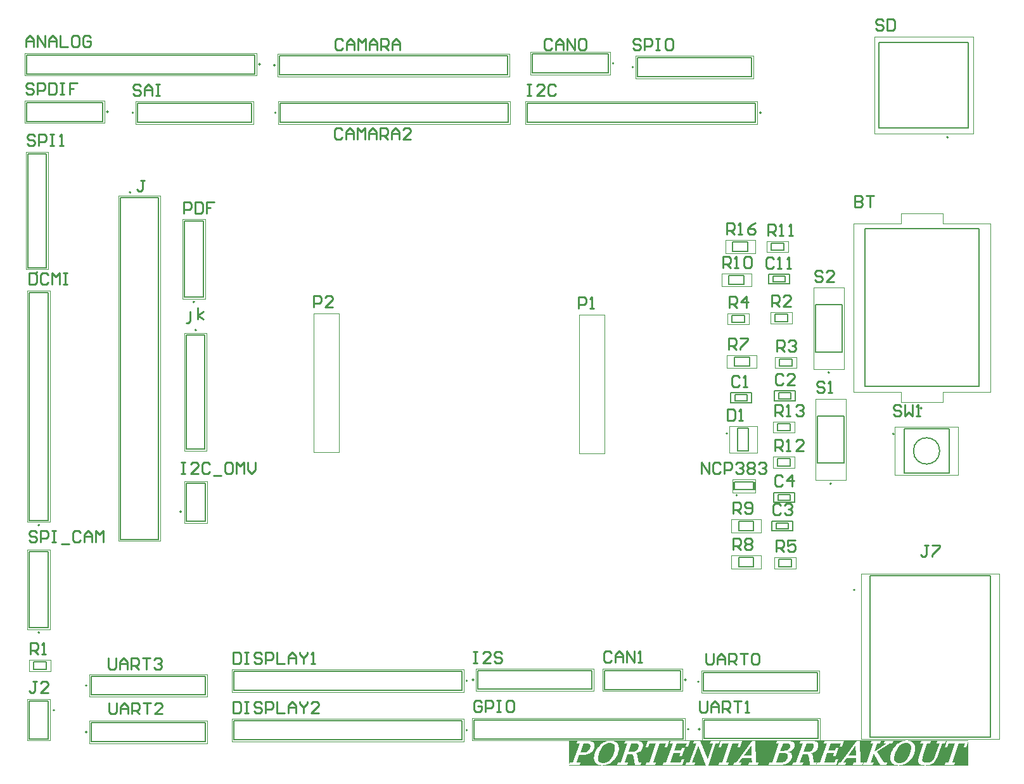
<source format=gto>
G04*
G04 #@! TF.GenerationSoftware,Altium Limited,Altium Designer,22.1.2 (22)*
G04*
G04 Layer_Color=65535*
%FSLAX25Y25*%
%MOIN*%
G70*
G04*
G04 #@! TF.SameCoordinates,2E2365BE-A05A-434A-80F0-4BE633B458EC*
G04*
G04*
G04 #@! TF.FilePolarity,Positive*
G04*
G01*
G75*
%ADD10C,0.00787*%
%ADD11C,0.00500*%
%ADD12C,0.00394*%
%ADD13C,0.01000*%
%ADD14C,0.00197*%
G36*
X706603Y16828D02*
X706918Y16791D01*
X707196Y16717D01*
X707455Y16643D01*
X707677Y16532D01*
X707881Y16421D01*
X708047Y16310D01*
X708214Y16180D01*
X708343Y16050D01*
X708436Y15939D01*
X708529Y15828D01*
X708603Y15717D01*
X708658Y15643D01*
X708695Y15569D01*
X708714Y15532D01*
Y15514D01*
X708806Y15255D01*
X708843Y14958D01*
X708880Y14644D01*
Y14329D01*
X708862Y13996D01*
X708825Y13663D01*
X708732Y13015D01*
X708677Y12719D01*
X708603Y12422D01*
X708547Y12182D01*
X708473Y11960D01*
X708417Y11775D01*
X708380Y11627D01*
X708362Y11552D01*
X708343Y11515D01*
X708177Y11034D01*
X707992Y10590D01*
X707788Y10164D01*
X707603Y9776D01*
X707399Y9424D01*
X707196Y9091D01*
X707011Y8794D01*
X706826Y8535D01*
X706659Y8295D01*
X706492Y8091D01*
X706363Y7925D01*
X706233Y7795D01*
X706141Y7684D01*
X706048Y7591D01*
X706011Y7554D01*
X705993Y7536D01*
X705715Y7314D01*
X705437Y7110D01*
X705160Y6925D01*
X704864Y6777D01*
X704586Y6647D01*
X704308Y6536D01*
X704031Y6462D01*
X703790Y6388D01*
X703549Y6333D01*
X703327Y6296D01*
X703142Y6259D01*
X702957Y6240D01*
X702827Y6222D01*
X702642D01*
X702291Y6240D01*
X701976Y6277D01*
X701698Y6351D01*
X701439Y6425D01*
X701217Y6518D01*
X701013Y6629D01*
X700847Y6758D01*
X700699Y6888D01*
X700569Y6999D01*
X700458Y7129D01*
X700366Y7240D01*
X700291Y7332D01*
X700236Y7406D01*
X700199Y7480D01*
X700180Y7517D01*
Y7536D01*
X700088Y7795D01*
X700051Y8091D01*
X700014Y8406D01*
Y8721D01*
X700032Y9054D01*
X700069Y9387D01*
X700162Y10035D01*
X700236Y10331D01*
X700291Y10609D01*
X700366Y10868D01*
X700421Y11090D01*
X700477Y11256D01*
X700514Y11405D01*
X700532Y11479D01*
X700551Y11515D01*
X700736Y11997D01*
X700921Y12460D01*
X701106Y12867D01*
X701291Y13274D01*
X701495Y13626D01*
X701680Y13959D01*
X701883Y14255D01*
X702050Y14514D01*
X702235Y14755D01*
X702383Y14958D01*
X702531Y15125D01*
X702642Y15273D01*
X702753Y15366D01*
X702827Y15458D01*
X702864Y15495D01*
X702883Y15514D01*
X703161Y15754D01*
X703438Y15958D01*
X703734Y16125D01*
X704012Y16291D01*
X704308Y16421D01*
X704586Y16513D01*
X704845Y16606D01*
X705104Y16680D01*
X705345Y16735D01*
X705567Y16772D01*
X705770Y16809D01*
X705937Y16828D01*
X706067Y16846D01*
X706252D01*
X706603Y16828D01*
D02*
G37*
G36*
X550768D02*
X551082Y16791D01*
X551360Y16717D01*
X551619Y16643D01*
X551841Y16532D01*
X552045Y16421D01*
X552212Y16310D01*
X552378Y16180D01*
X552508Y16050D01*
X552600Y15939D01*
X552693Y15828D01*
X552767Y15717D01*
X552822Y15643D01*
X552859Y15569D01*
X552878Y15532D01*
Y15514D01*
X552970Y15255D01*
X553008Y14958D01*
X553045Y14644D01*
Y14329D01*
X553026Y13996D01*
X552989Y13663D01*
X552896Y13015D01*
X552841Y12719D01*
X552767Y12422D01*
X552711Y12182D01*
X552637Y11960D01*
X552582Y11775D01*
X552545Y11627D01*
X552526Y11552D01*
X552508Y11515D01*
X552341Y11034D01*
X552156Y10590D01*
X551952Y10164D01*
X551767Y9776D01*
X551564Y9424D01*
X551360Y9091D01*
X551175Y8794D01*
X550990Y8535D01*
X550823Y8295D01*
X550657Y8091D01*
X550527Y7925D01*
X550398Y7795D01*
X550305Y7684D01*
X550212Y7591D01*
X550175Y7554D01*
X550157Y7536D01*
X549879Y7314D01*
X549602Y7110D01*
X549324Y6925D01*
X549028Y6777D01*
X548750Y6647D01*
X548472Y6536D01*
X548195Y6462D01*
X547954Y6388D01*
X547714Y6333D01*
X547492Y6296D01*
X547306Y6259D01*
X547121Y6240D01*
X546992Y6222D01*
X546807D01*
X546455Y6240D01*
X546140Y6277D01*
X545863Y6351D01*
X545604Y6425D01*
X545381Y6518D01*
X545178Y6629D01*
X545011Y6758D01*
X544863Y6888D01*
X544733Y6999D01*
X544622Y7129D01*
X544530Y7240D01*
X544456Y7332D01*
X544400Y7406D01*
X544363Y7480D01*
X544345Y7517D01*
Y7536D01*
X544252Y7795D01*
X544215Y8091D01*
X544178Y8406D01*
Y8721D01*
X544197Y9054D01*
X544234Y9387D01*
X544326Y10035D01*
X544400Y10331D01*
X544456Y10609D01*
X544530Y10868D01*
X544585Y11090D01*
X544641Y11256D01*
X544678Y11405D01*
X544697Y11479D01*
X544715Y11515D01*
X544900Y11997D01*
X545085Y12460D01*
X545270Y12867D01*
X545455Y13274D01*
X545659Y13626D01*
X545844Y13959D01*
X546048Y14255D01*
X546214Y14514D01*
X546399Y14755D01*
X546548Y14958D01*
X546696Y15125D01*
X546807Y15273D01*
X546918Y15366D01*
X546992Y15458D01*
X547029Y15495D01*
X547047Y15514D01*
X547325Y15754D01*
X547603Y15958D01*
X547899Y16125D01*
X548176Y16291D01*
X548472Y16421D01*
X548750Y16513D01*
X549009Y16606D01*
X549268Y16680D01*
X549509Y16735D01*
X549731Y16772D01*
X549935Y16809D01*
X550101Y16828D01*
X550231Y16846D01*
X550416D01*
X550768Y16828D01*
D02*
G37*
G36*
X738996Y17846D02*
X727723D01*
X727131Y16089D01*
X726631Y14607D01*
X728001D01*
X728649Y16532D01*
X731907D01*
X728482Y6444D01*
X726909D01*
X726502Y5241D01*
X731666D01*
X732073Y6444D01*
X730500D01*
X733924Y16532D01*
X737182D01*
X736534Y14607D01*
X737904D01*
X738996Y17846D01*
Y5241D01*
Y5000D01*
X716284D01*
X716765Y5018D01*
X717228Y5055D01*
X717654Y5111D01*
X718061Y5185D01*
X718431Y5278D01*
X718783Y5389D01*
X719098Y5481D01*
X719394Y5611D01*
X719634Y5722D01*
X719857Y5814D01*
X720042Y5926D01*
X720208Y6018D01*
X720319Y6092D01*
X720412Y6148D01*
X720467Y6185D01*
X720486Y6203D01*
X720764Y6444D01*
X721041Y6721D01*
X721300Y7018D01*
X721541Y7351D01*
X721967Y8017D01*
X722337Y8683D01*
X722485Y9017D01*
X722615Y9313D01*
X722726Y9572D01*
X722837Y9813D01*
X722911Y9998D01*
X722966Y10146D01*
X722985Y10238D01*
X723003Y10275D01*
X725169Y16624D01*
X726724D01*
X727131Y17846D01*
X722633D01*
X722226Y16624D01*
X723799D01*
X721689Y10442D01*
X721541Y10035D01*
X721393Y9646D01*
X721226Y9294D01*
X721078Y8980D01*
X720930Y8683D01*
X720782Y8424D01*
X720634Y8202D01*
X720505Y7999D01*
X720375Y7832D01*
X720264Y7665D01*
X720153Y7554D01*
X720060Y7443D01*
X719986Y7369D01*
X719931Y7314D01*
X719912Y7295D01*
X719894Y7277D01*
X719690Y7129D01*
X719486Y6999D01*
X719024Y6777D01*
X718542Y6629D01*
X718098Y6518D01*
X717876Y6481D01*
X717691Y6462D01*
X717506Y6425D01*
X717358D01*
X717228Y6407D01*
X717062D01*
X716747Y6425D01*
X716451Y6444D01*
X716192Y6481D01*
X715970Y6536D01*
X715766Y6610D01*
X715581Y6684D01*
X715433Y6758D01*
X715303Y6851D01*
X715174Y6925D01*
X715081Y6999D01*
X714952Y7147D01*
X714877Y7240D01*
X714859Y7277D01*
X714785Y7462D01*
X714748Y7665D01*
X714729Y7888D01*
Y8147D01*
X714785Y8665D01*
X714877Y9183D01*
X714933Y9442D01*
X714989Y9664D01*
X715044Y9887D01*
X715099Y10072D01*
X715137Y10220D01*
X715174Y10349D01*
X715211Y10423D01*
Y10442D01*
X717321Y16624D01*
X718894D01*
X719301Y17846D01*
X714137D01*
X713730Y16624D01*
X715303D01*
X713137Y10275D01*
X712971Y9757D01*
X712860Y9276D01*
X712767Y8850D01*
X712693Y8443D01*
X712656Y8073D01*
X712638Y7739D01*
Y7443D01*
X712656Y7166D01*
X712693Y6944D01*
X712712Y6740D01*
X712767Y6573D01*
X712804Y6444D01*
X712841Y6333D01*
X712860Y6259D01*
X712897Y6222D01*
Y6203D01*
X713063Y5999D01*
X713248Y5814D01*
X713489Y5648D01*
X713748Y5500D01*
X714007Y5389D01*
X714304Y5296D01*
X714877Y5148D01*
X715155Y5093D01*
X715414Y5055D01*
X715655Y5037D01*
X715858Y5018D01*
X716044Y5000D01*
X702217D01*
X702698Y5018D01*
X703161Y5055D01*
X703586Y5130D01*
X703957Y5204D01*
X704271Y5278D01*
X704401Y5315D01*
X704512Y5352D01*
X704604Y5370D01*
X704660Y5389D01*
X704697Y5407D01*
X704715D01*
X705160Y5592D01*
X705604Y5777D01*
X705993Y5999D01*
X706344Y6203D01*
X706640Y6388D01*
X706751Y6462D01*
X706863Y6536D01*
X706937Y6592D01*
X706992Y6629D01*
X707029Y6666D01*
X707048D01*
X707510Y7018D01*
X707918Y7388D01*
X708288Y7758D01*
X708603Y8091D01*
X708862Y8387D01*
X708954Y8498D01*
X709047Y8609D01*
X709102Y8702D01*
X709158Y8758D01*
X709176Y8794D01*
X709195Y8813D01*
X709510Y9276D01*
X709787Y9757D01*
X710028Y10201D01*
X710231Y10627D01*
X710306Y10812D01*
X710380Y10979D01*
X710435Y11127D01*
X710491Y11275D01*
X710528Y11367D01*
X710565Y11441D01*
X710583Y11497D01*
Y11515D01*
X710750Y12052D01*
X710861Y12552D01*
X710953Y13033D01*
X710990Y13496D01*
X711009Y13903D01*
X710990Y14292D01*
X710953Y14662D01*
X710916Y14977D01*
X710861Y15273D01*
X710787Y15532D01*
X710713Y15736D01*
X710639Y15921D01*
X710583Y16069D01*
X710528Y16180D01*
X710509Y16236D01*
X710491Y16254D01*
X710268Y16569D01*
X710009Y16846D01*
X709732Y17087D01*
X709436Y17309D01*
X709121Y17476D01*
X708806Y17624D01*
X708492Y17753D01*
X708177Y17846D01*
X707862Y17920D01*
X707584Y17976D01*
X707325Y18012D01*
X707103Y18049D01*
X706918D01*
X706789Y18068D01*
X738996D01*
Y17846D01*
D02*
G37*
G36*
X706178Y18049D02*
X705715Y17994D01*
X705289Y17939D01*
X704919Y17864D01*
X704752Y17809D01*
X704604Y17772D01*
X704456Y17735D01*
X704345Y17716D01*
X704271Y17679D01*
X704197Y17661D01*
X704160Y17642D01*
X704142D01*
X703697Y17476D01*
X703272Y17272D01*
X702883Y17050D01*
X702531Y16846D01*
X702235Y16661D01*
X702124Y16587D01*
X702013Y16513D01*
X701939Y16458D01*
X701883Y16421D01*
X701846Y16402D01*
X701828Y16384D01*
X701384Y16014D01*
X700958Y15643D01*
X700606Y15292D01*
X700291Y14958D01*
X700032Y14662D01*
X699940Y14551D01*
X699847Y14440D01*
X699792Y14348D01*
X699736Y14292D01*
X699718Y14255D01*
X699699Y14236D01*
X699385Y13774D01*
X699107Y13311D01*
X698885Y12848D01*
X698681Y12422D01*
X698589Y12237D01*
X698515Y12052D01*
X698459Y11904D01*
X698404Y11775D01*
X698366Y11664D01*
X698329Y11590D01*
X698311Y11534D01*
Y11515D01*
X698144Y10960D01*
X698015Y10442D01*
X697941Y9979D01*
X697885Y9590D01*
X697867Y9405D01*
Y9257D01*
X697848Y9128D01*
Y8998D01*
Y8924D01*
Y8850D01*
Y8813D01*
Y8794D01*
X697885Y8350D01*
X697978Y7962D01*
X698089Y7591D01*
X698200Y7277D01*
X698311Y7018D01*
X698422Y6832D01*
X698459Y6758D01*
X698496Y6703D01*
X698515Y6684D01*
Y6666D01*
X698737Y6370D01*
X698977Y6111D01*
X699236Y5907D01*
X699459Y5722D01*
X699681Y5592D01*
X699847Y5481D01*
X699958Y5426D01*
X699977Y5407D01*
X699995D01*
X700366Y5278D01*
X700736Y5167D01*
X701106Y5093D01*
X701458Y5055D01*
X701772Y5018D01*
X701883D01*
X701995Y5000D01*
X602096D01*
X606057Y16624D01*
X607704D01*
X608112Y17846D01*
X603447D01*
X603040Y16624D01*
X604687D01*
X601800Y8147D01*
X598005Y17846D01*
X594599D01*
X594192Y16624D01*
X595840D01*
X592378Y6444D01*
X590731D01*
X590324Y5241D01*
X594988D01*
X595395Y6444D01*
X593748D01*
X596765Y15329D01*
X600837Y5000D01*
X546381D01*
X546862Y5018D01*
X547325Y5055D01*
X547751Y5130D01*
X548121Y5204D01*
X548435Y5278D01*
X548565Y5315D01*
X548676Y5352D01*
X548769Y5370D01*
X548824Y5389D01*
X548861Y5407D01*
X548880D01*
X549324Y5592D01*
X549768Y5777D01*
X550157Y5999D01*
X550509Y6203D01*
X550805Y6388D01*
X550916Y6462D01*
X551027Y6536D01*
X551101Y6592D01*
X551157Y6629D01*
X551194Y6666D01*
X551212D01*
X551675Y7018D01*
X552082Y7388D01*
X552452Y7758D01*
X552767Y8091D01*
X553026Y8387D01*
X553119Y8498D01*
X553211Y8609D01*
X553267Y8702D01*
X553322Y8758D01*
X553341Y8794D01*
X553359Y8813D01*
X553674Y9276D01*
X553952Y9757D01*
X554192Y10201D01*
X554396Y10627D01*
X554470Y10812D01*
X554544Y10979D01*
X554599Y11127D01*
X554655Y11275D01*
X554692Y11367D01*
X554729Y11441D01*
X554747Y11497D01*
Y11515D01*
X554914Y12052D01*
X555025Y12552D01*
X555118Y13033D01*
X555155Y13496D01*
X555173Y13903D01*
X555155Y14292D01*
X555118Y14662D01*
X555081Y14977D01*
X555025Y15273D01*
X554951Y15532D01*
X554877Y15736D01*
X554803Y15921D01*
X554747Y16069D01*
X554692Y16180D01*
X554673Y16236D01*
X554655Y16254D01*
X554433Y16569D01*
X554174Y16846D01*
X553896Y17087D01*
X553600Y17309D01*
X553285Y17476D01*
X552970Y17624D01*
X552656Y17753D01*
X552341Y17846D01*
X552026Y17920D01*
X551749Y17976D01*
X551490Y18012D01*
X551267Y18049D01*
X551082D01*
X550953Y18068D01*
X706659D01*
X706178Y18049D01*
D02*
G37*
G36*
X550342D02*
X549879Y17994D01*
X549453Y17939D01*
X549083Y17864D01*
X548917Y17809D01*
X548769Y17772D01*
X548621Y17735D01*
X548510Y17716D01*
X548435Y17679D01*
X548361Y17661D01*
X548324Y17642D01*
X548306D01*
X547862Y17476D01*
X547436Y17272D01*
X547047Y17050D01*
X546696Y16846D01*
X546399Y16661D01*
X546288Y16587D01*
X546177Y16513D01*
X546103Y16458D01*
X546048Y16421D01*
X546011Y16402D01*
X545992Y16384D01*
X545548Y16014D01*
X545122Y15643D01*
X544770Y15292D01*
X544456Y14958D01*
X544197Y14662D01*
X544104Y14551D01*
X544012Y14440D01*
X543956Y14348D01*
X543901Y14292D01*
X543882Y14255D01*
X543863Y14236D01*
X543549Y13774D01*
X543271Y13311D01*
X543049Y12848D01*
X542845Y12422D01*
X542753Y12237D01*
X542679Y12052D01*
X542623Y11904D01*
X542568Y11775D01*
X542531Y11664D01*
X542494Y11590D01*
X542475Y11534D01*
Y11515D01*
X542309Y10960D01*
X542179Y10442D01*
X542105Y9979D01*
X542050Y9590D01*
X542031Y9405D01*
Y9257D01*
X542013Y9128D01*
Y8998D01*
Y8924D01*
Y8850D01*
Y8813D01*
Y8794D01*
X542050Y8350D01*
X542142Y7962D01*
X542253Y7591D01*
X542364Y7277D01*
X542475Y7018D01*
X542586Y6832D01*
X542623Y6758D01*
X542660Y6703D01*
X542679Y6684D01*
Y6666D01*
X542901Y6370D01*
X543142Y6111D01*
X543401Y5907D01*
X543623Y5722D01*
X543845Y5592D01*
X544012Y5481D01*
X544123Y5426D01*
X544141Y5407D01*
X544160D01*
X544530Y5278D01*
X544900Y5167D01*
X545270Y5093D01*
X545622Y5055D01*
X545937Y5018D01*
X546048D01*
X546159Y5000D01*
X529000D01*
Y5241D01*
Y17846D01*
Y18068D01*
X550823D01*
X550342Y18049D01*
D02*
G37*
%LPC*%
G36*
X673600Y17846D02*
X663364D01*
X662957Y16624D01*
X664512D01*
X661050Y6444D01*
X659495D01*
X659088Y5241D01*
X669454D01*
X670361Y7929D01*
X670490Y8313D01*
X669121D01*
X668528Y6592D01*
X663105D01*
X664752Y11405D01*
X668417D01*
X667880Y9868D01*
X669250D01*
X670750Y14274D01*
X669380D01*
X668862Y12737D01*
X665197D01*
X666474Y16495D01*
X671768D01*
X671194Y14773D01*
X672564D01*
X673600Y17846D01*
D02*
G37*
G36*
X592637D02*
X582401D01*
X581994Y16624D01*
X583549D01*
X580088Y6444D01*
X578533D01*
X578125Y5241D01*
X588491D01*
X589528Y8313D01*
X588158D01*
X587566Y6592D01*
X582142D01*
X583790Y11405D01*
X587455D01*
X586918Y9868D01*
X588287D01*
X589787Y14274D01*
X588417D01*
X587899Y12737D01*
X584234D01*
X585511Y16495D01*
X590805D01*
X590324Y15051D01*
X590231Y14773D01*
X591601D01*
X592637Y17846D01*
D02*
G37*
G36*
X619958D02*
X608685D01*
X608112Y16144D01*
X607593Y14607D01*
X608963D01*
X609611Y16532D01*
X612869D01*
X609445Y6444D01*
X607871D01*
X607464Y5241D01*
X612628D01*
X613035Y6444D01*
X611462D01*
X614886Y16532D01*
X618144D01*
X617496Y14607D01*
X618866D01*
X619958Y17846D01*
D02*
G37*
G36*
X581642D02*
X570370D01*
X569278Y14607D01*
X570647D01*
X571295Y16532D01*
X574553D01*
X571129Y6444D01*
X569555D01*
X569148Y5241D01*
X574312D01*
X574720Y6444D01*
X573146D01*
X576571Y16532D01*
X579829D01*
X579181Y14607D01*
X580550D01*
X581642Y17846D01*
D02*
G37*
G36*
X699459D02*
X695035D01*
X694609Y16624D01*
X695942D01*
X689537Y12312D01*
X691018Y16624D01*
X692573D01*
X692980Y17846D01*
X687853D01*
X687446Y16624D01*
X689000D01*
X685539Y6444D01*
X683984D01*
X683577Y5241D01*
X688704D01*
X689112Y6444D01*
X687557D01*
X689112Y11053D01*
X692702Y5241D01*
X695831D01*
X696238Y6444D01*
X694720D01*
X690870Y12145D01*
X697552Y16624D01*
X699051D01*
X699459Y17846D01*
D02*
G37*
G36*
X681763D02*
X680134D01*
X673600Y8821D01*
X671879Y6444D01*
X670768D01*
X670361Y5241D01*
X674155D01*
X674563Y6444D01*
X673211D01*
X674988Y8794D01*
X679912D01*
X680079Y6444D01*
X678709D01*
X678302Y5241D01*
X683133D01*
X683540Y6444D01*
X682263D01*
X681763Y17846D01*
D02*
G37*
G36*
X657237D02*
X650666D01*
X650259Y16624D01*
X651814D01*
X648352Y6444D01*
X646798D01*
X646390Y5241D01*
X651703D01*
X652110Y6444D01*
X650370D01*
X651888Y10942D01*
X653554D01*
X653813Y10923D01*
X654035Y10886D01*
X654220Y10849D01*
X654368Y10794D01*
X654479Y10720D01*
X654553Y10683D01*
X654590Y10646D01*
X654609Y10627D01*
X654664Y10553D01*
X654720Y10479D01*
X654831Y10275D01*
X654923Y10016D01*
X654998Y9776D01*
X655053Y9516D01*
X655109Y9313D01*
X655127Y9239D01*
Y9183D01*
X655146Y9146D01*
Y9128D01*
X655682Y5241D01*
X658885D01*
X659088Y5842D01*
X659292Y6444D01*
X657719D01*
X657182Y9979D01*
X657145Y10220D01*
X657071Y10442D01*
X657015Y10627D01*
X656941Y10794D01*
X656886Y10905D01*
X656830Y10997D01*
X656793Y11053D01*
X656775Y11071D01*
X656664Y11201D01*
X656515Y11293D01*
X656386Y11367D01*
X656256Y11405D01*
X656145Y11423D01*
X655960D01*
X656441Y11479D01*
X656904Y11590D01*
X657311Y11738D01*
X657645Y11886D01*
X657941Y12034D01*
X658052Y12108D01*
X658144Y12163D01*
X658218Y12219D01*
X658292Y12256D01*
X658311Y12293D01*
X658329D01*
X658681Y12608D01*
X658996Y12941D01*
X659255Y13293D01*
X659458Y13626D01*
X659607Y13922D01*
X659681Y14051D01*
X659718Y14163D01*
X659755Y14255D01*
X659792Y14329D01*
X659810Y14366D01*
Y14385D01*
X659903Y14681D01*
X659958Y14977D01*
X659995Y15236D01*
X660014Y15477D01*
Y15699D01*
X659995Y15921D01*
X659977Y16106D01*
X659940Y16273D01*
X659884Y16439D01*
X659847Y16569D01*
X659792Y16680D01*
X659755Y16772D01*
X659699Y16846D01*
X659681Y16902D01*
X659644Y16920D01*
Y16939D01*
X659495Y17106D01*
X659329Y17235D01*
X659144Y17365D01*
X659088Y17390D01*
X658940Y17457D01*
X658514Y17624D01*
X658070Y17735D01*
X657682Y17790D01*
X657515Y17827D01*
X657348D01*
X657237Y17846D01*
D02*
G37*
G36*
X644688D02*
X638265D01*
X637857Y16624D01*
X639412D01*
X635951Y6444D01*
X634396D01*
X633989Y5241D01*
X639819D01*
X640282Y5259D01*
X640708Y5278D01*
X641134Y5333D01*
X641504Y5389D01*
X641874Y5444D01*
X642207Y5537D01*
X642503Y5611D01*
X642781Y5703D01*
X643022Y5777D01*
X643244Y5870D01*
X643429Y5944D01*
X643577Y5999D01*
X643707Y6074D01*
X643781Y6111D01*
X643836Y6129D01*
X643855Y6148D01*
X644132Y6333D01*
X644391Y6536D01*
X644614Y6740D01*
X644836Y6962D01*
X645039Y7203D01*
X645206Y7425D01*
X645502Y7888D01*
X645632Y8091D01*
X645743Y8295D01*
X645817Y8480D01*
X645891Y8628D01*
X645946Y8758D01*
X645983Y8869D01*
X646020Y8924D01*
Y8943D01*
X646094Y9202D01*
X646150Y9442D01*
X646187Y9683D01*
X646205Y9905D01*
Y10275D01*
X646150Y10609D01*
X646076Y10868D01*
X646002Y11053D01*
X645983Y11108D01*
X645946Y11164D01*
X645928Y11201D01*
X645817Y11349D01*
X645687Y11479D01*
X645372Y11701D01*
X645039Y11849D01*
X644706Y11960D01*
X644410Y12034D01*
X644262Y12052D01*
X644151Y12071D01*
X644058Y12089D01*
X643910D01*
X644336Y12126D01*
X644725Y12200D01*
X645076Y12312D01*
X645391Y12441D01*
X645650Y12552D01*
X645835Y12663D01*
X645909Y12719D01*
X645965Y12737D01*
X645983Y12774D01*
X646002D01*
X646335Y13052D01*
X646613Y13366D01*
X646835Y13681D01*
X647020Y13977D01*
X647168Y14236D01*
X647260Y14459D01*
X647297Y14533D01*
X647316Y14588D01*
X647334Y14625D01*
Y14644D01*
X647427Y14921D01*
X647482Y15199D01*
X647519Y15440D01*
X647538Y15680D01*
X647519Y16087D01*
X647445Y16421D01*
X647390Y16569D01*
X647353Y16698D01*
X647297Y16791D01*
X647260Y16883D01*
X647205Y16939D01*
X647186Y16995D01*
X647149Y17031D01*
X647001Y17180D01*
X646835Y17309D01*
X646631Y17402D01*
X646427Y17494D01*
X646002Y17642D01*
X645557Y17753D01*
X645150Y17809D01*
X644965Y17827D01*
X644817D01*
X644688Y17846D01*
D02*
G37*
G36*
X626807D02*
X625178D01*
X616923Y6444D01*
X615812D01*
X615405Y5241D01*
X619199D01*
X619606Y6444D01*
X618255D01*
X620032Y8794D01*
X624956D01*
X625122Y6444D01*
X623753D01*
X623346Y5241D01*
X628177D01*
X628584Y6444D01*
X627307D01*
X626807Y17846D01*
D02*
G37*
G36*
X565021D02*
X558449D01*
X558042Y16624D01*
X559597D01*
X556136Y6444D01*
X554581D01*
X554174Y5241D01*
X559486D01*
X559893Y6444D01*
X558153D01*
X559671Y10942D01*
X561337D01*
X561596Y10923D01*
X561818Y10886D01*
X562003Y10849D01*
X562151Y10794D01*
X562262Y10720D01*
X562336Y10683D01*
X562373Y10646D01*
X562392Y10627D01*
X562448Y10553D01*
X562503Y10479D01*
X562614Y10275D01*
X562707Y10016D01*
X562781Y9776D01*
X562836Y9516D01*
X562892Y9313D01*
X562910Y9239D01*
Y9183D01*
X562929Y9146D01*
Y9128D01*
X563466Y5241D01*
X566668D01*
X567075Y6444D01*
X565502D01*
X564965Y9979D01*
X564928Y10220D01*
X564854Y10442D01*
X564798Y10627D01*
X564724Y10794D01*
X564669Y10905D01*
X564613Y10997D01*
X564576Y11053D01*
X564558Y11071D01*
X564447Y11201D01*
X564299Y11293D01*
X564169Y11367D01*
X564039Y11405D01*
X563928Y11423D01*
X563743D01*
X564224Y11479D01*
X564687Y11590D01*
X565095Y11738D01*
X565428Y11886D01*
X565724Y12034D01*
X565835Y12108D01*
X565928Y12163D01*
X566002Y12219D01*
X566076Y12256D01*
X566094Y12293D01*
X566113D01*
X566464Y12608D01*
X566779Y12941D01*
X567038Y13293D01*
X567242Y13626D01*
X567390Y13922D01*
X567464Y14051D01*
X567501Y14163D01*
X567538Y14255D01*
X567575Y14329D01*
X567593Y14366D01*
Y14385D01*
X567686Y14681D01*
X567741Y14977D01*
X567778Y15236D01*
X567797Y15477D01*
Y15699D01*
X567778Y15921D01*
X567760Y16106D01*
X567723Y16273D01*
X567667Y16439D01*
X567630Y16569D01*
X567575Y16680D01*
X567538Y16772D01*
X567482Y16846D01*
X567464Y16902D01*
X567427Y16920D01*
Y16939D01*
X567279Y17106D01*
X567112Y17235D01*
X566927Y17365D01*
X566723Y17457D01*
X566298Y17624D01*
X565853Y17735D01*
X565465Y17790D01*
X565298Y17827D01*
X565132D01*
X565021Y17846D01*
D02*
G37*
%LPD*%
G36*
X679949Y10016D02*
X675784D01*
X679745Y15514D01*
X679949Y10016D01*
D02*
G37*
G36*
X656478Y16606D02*
X656793Y16550D01*
X657071Y16458D01*
X657274Y16365D01*
X657422Y16254D01*
X657515Y16180D01*
X657571Y16106D01*
X657589Y16087D01*
X657700Y15865D01*
X657737Y15588D01*
X657756Y15310D01*
X657719Y15032D01*
X657682Y14773D01*
X657626Y14570D01*
X657608Y14496D01*
X657589Y14440D01*
X657571Y14403D01*
Y14385D01*
X657404Y13977D01*
X657219Y13644D01*
X657034Y13348D01*
X656849Y13107D01*
X656701Y12922D01*
X656552Y12811D01*
X656478Y12719D01*
X656441Y12700D01*
X656145Y12515D01*
X655849Y12386D01*
X655534Y12293D01*
X655220Y12237D01*
X654960Y12200D01*
X654738Y12163D01*
X652314D01*
X653831Y16624D01*
X656275D01*
X656478Y16606D01*
D02*
G37*
G36*
X643781D02*
X643984Y16587D01*
X644151Y16550D01*
X644447Y16476D01*
X644669Y16384D01*
X644836Y16291D01*
X644965Y16217D01*
X645021Y16161D01*
X645039Y16143D01*
X645150Y15939D01*
X645224Y15717D01*
X645243Y15458D01*
X645224Y15217D01*
X645187Y14995D01*
X645150Y14810D01*
X645132Y14736D01*
X645113Y14681D01*
X645095Y14662D01*
Y14644D01*
X644947Y14274D01*
X644780Y13977D01*
X644595Y13700D01*
X644410Y13496D01*
X644262Y13329D01*
X644132Y13218D01*
X644040Y13144D01*
X644003Y13126D01*
X643707Y12978D01*
X643392Y12867D01*
X643040Y12774D01*
X642725Y12719D01*
X642429Y12682D01*
X642300D01*
X642207Y12663D01*
X640078D01*
X641430Y16624D01*
X643577D01*
X643781Y16606D01*
D02*
G37*
G36*
X642429Y11441D02*
X642651Y11405D01*
X642837Y11367D01*
X643003Y11330D01*
X643170Y11275D01*
X643410Y11164D01*
X643595Y11053D01*
X643707Y10960D01*
X643781Y10886D01*
X643799Y10868D01*
X643873Y10757D01*
X643929Y10609D01*
X643984Y10312D01*
Y9998D01*
X643947Y9683D01*
X643892Y9405D01*
X643873Y9276D01*
X643836Y9165D01*
X643818Y9072D01*
X643799Y8998D01*
X643781Y8961D01*
Y8943D01*
X643595Y8480D01*
X643392Y8091D01*
X643170Y7758D01*
X642966Y7499D01*
X642781Y7295D01*
X642614Y7147D01*
X642522Y7073D01*
X642503Y7036D01*
X642485D01*
X642152Y6832D01*
X641781Y6703D01*
X641411Y6592D01*
X641059Y6518D01*
X640726Y6481D01*
X640597Y6462D01*
X640486D01*
X640375Y6444D01*
X637968D01*
X639671Y11460D01*
X642207D01*
X642429Y11441D01*
D02*
G37*
G36*
X624993Y10016D02*
X620828D01*
X624789Y15514D01*
X624993Y10016D01*
D02*
G37*
G36*
X564261Y16606D02*
X564576Y16550D01*
X564854Y16458D01*
X565058Y16365D01*
X565206Y16254D01*
X565298Y16180D01*
X565354Y16106D01*
X565372Y16087D01*
X565483Y15865D01*
X565520Y15588D01*
X565539Y15310D01*
X565502Y15032D01*
X565465Y14773D01*
X565409Y14570D01*
X565391Y14496D01*
X565372Y14440D01*
X565354Y14403D01*
Y14385D01*
X565187Y13977D01*
X565002Y13644D01*
X564817Y13348D01*
X564632Y13107D01*
X564484Y12922D01*
X564336Y12811D01*
X564261Y12719D01*
X564224Y12700D01*
X563928Y12515D01*
X563632Y12386D01*
X563317Y12293D01*
X563003Y12237D01*
X562744Y12200D01*
X562522Y12163D01*
X560097D01*
X561615Y16624D01*
X564058D01*
X564261Y16606D01*
D02*
G37*
%LPC*%
G36*
X539421Y17846D02*
X533276D01*
X532869Y16624D01*
X534423D01*
X530962Y6444D01*
X529407D01*
X529000Y5241D01*
X534479D01*
X534886Y6444D01*
X532980D01*
X534386Y10609D01*
X536774D01*
X537126Y10627D01*
X537478Y10646D01*
X538125Y10757D01*
X538422Y10831D01*
X538699Y10923D01*
X538958Y11016D01*
X539199Y11108D01*
X539403Y11182D01*
X539606Y11275D01*
X539773Y11367D01*
X539902Y11441D01*
X540014Y11497D01*
X540088Y11552D01*
X540143Y11571D01*
X540162Y11590D01*
X540421Y11775D01*
X540661Y11978D01*
X540902Y12200D01*
X541106Y12422D01*
X541291Y12626D01*
X541457Y12848D01*
X541735Y13274D01*
X541938Y13644D01*
X542013Y13811D01*
X542087Y13940D01*
X542142Y14051D01*
X542179Y14144D01*
X542198Y14199D01*
Y14218D01*
X542290Y14514D01*
X542346Y14810D01*
X542383Y15069D01*
X542401Y15329D01*
X542383Y15551D01*
X542364Y15773D01*
X542327Y15976D01*
X542290Y16143D01*
X542235Y16310D01*
X542179Y16458D01*
X542124Y16569D01*
X542068Y16661D01*
X542031Y16754D01*
X542013Y16782D01*
X541994Y16809D01*
X541975Y16828D01*
X541957Y16846D01*
X541790Y17031D01*
X541605Y17180D01*
X541402Y17309D01*
X541198Y17420D01*
X540754Y17605D01*
X540291Y17716D01*
X539884Y17790D01*
X539699Y17809D01*
X539551Y17827D01*
X539421Y17846D01*
D02*
G37*
%LPD*%
G36*
X538810Y16606D02*
X539144Y16532D01*
X539421Y16439D01*
X539625Y16328D01*
X539773Y16199D01*
X539884Y16106D01*
X539939Y16032D01*
X539958Y16014D01*
X540069Y15754D01*
X540125Y15477D01*
Y15180D01*
X540106Y14884D01*
X540069Y14625D01*
X540014Y14422D01*
X539995Y14329D01*
X539976Y14274D01*
X539958Y14236D01*
Y14218D01*
X539791Y13792D01*
X539606Y13441D01*
X539403Y13126D01*
X539199Y12885D01*
X539032Y12682D01*
X538884Y12534D01*
X538792Y12460D01*
X538773Y12422D01*
X538755D01*
X538440Y12219D01*
X538107Y12089D01*
X537792Y11978D01*
X537478Y11904D01*
X537200Y11867D01*
X536996Y11849D01*
X536904Y11830D01*
X534812D01*
X536441Y16624D01*
X538422D01*
X538810Y16606D01*
D02*
G37*
D10*
X629953Y348500D02*
G03*
X629953Y348500I-394J0D01*
G01*
X728433Y335610D02*
G03*
X728433Y335610I-394J0D01*
G01*
X332894Y234059D02*
G03*
X332894Y234059I-394J0D01*
G01*
X275335Y22500D02*
G03*
X275335Y22500I-394J0D01*
G01*
X298394Y306559D02*
G03*
X298394Y306559I-394J0D01*
G01*
X366453Y374000D02*
G03*
X366453Y374000I-394J0D01*
G01*
X331894Y248941D02*
G03*
X331894Y248941I-394J0D01*
G01*
X597335Y49000D02*
G03*
X597335Y49000I-394J0D01*
G01*
X275335Y47000D02*
G03*
X275335Y47000I-394J0D01*
G01*
X374835Y348500D02*
G03*
X374835Y348500I-394J0D01*
G01*
X374335Y373500D02*
G03*
X374335Y373500I-394J0D01*
G01*
X679312Y97303D02*
G03*
X679312Y97303I-394J0D01*
G01*
X552453Y374500D02*
G03*
X552453Y374500I-394J0D01*
G01*
X617425Y147153D02*
G03*
X617425Y147153I-394J0D01*
G01*
X562835Y372500D02*
G03*
X562835Y372500I-394J0D01*
G01*
X714663Y192967D02*
G03*
X714663Y192967I-557J0D01*
G01*
X286453Y349000D02*
G03*
X286453Y349000I-394J0D01*
G01*
X258268Y34000D02*
G03*
X258268Y34000I-394J0D01*
G01*
X590453Y50000D02*
G03*
X590453Y50000I-394J0D01*
G01*
X249394Y264441D02*
G03*
X249394Y264441I-394J0D01*
G01*
X475453Y49500D02*
G03*
X475453Y49500I-394J0D01*
G01*
X699894Y179358D02*
G03*
X699894Y179358I-394J0D01*
G01*
X597835Y24000D02*
G03*
X597835Y24000I-394J0D01*
G01*
X612232Y179650D02*
G03*
X612232Y179650I-394J0D01*
G01*
X478835Y50000D02*
G03*
X478835Y50000I-394J0D01*
G01*
X666894Y153232D02*
G03*
X666894Y153232I-394J0D01*
G01*
X665894Y211732D02*
G03*
X665894Y211732I-394J0D01*
G01*
X591953Y24000D02*
G03*
X591953Y24000I-394J0D01*
G01*
X475453Y23500D02*
G03*
X475453Y23500I-394J0D01*
G01*
X250394Y74941D02*
G03*
X250394Y74941I-394J0D01*
G01*
X299835Y348500D02*
G03*
X299835Y348500I-394J0D01*
G01*
X250394Y131441D02*
G03*
X250394Y131441I-394J0D01*
G01*
X325020Y138500D02*
G03*
X325020Y138500I-394J0D01*
G01*
X627000Y343500D02*
Y353500D01*
X507000Y343500D02*
Y353500D01*
Y343500D02*
X627000D01*
X507000Y353500D02*
X627000D01*
X337400Y171500D02*
Y231500D01*
X327600Y171500D02*
Y231500D01*
X337400D01*
X327600Y171500D02*
X337400D01*
X277500Y27400D02*
X337500D01*
X277500Y17600D02*
X337500D01*
X277500D02*
Y27400D01*
X337500Y17600D02*
Y27400D01*
X293000Y124000D02*
Y304000D01*
X313000Y124000D02*
Y304000D01*
X293000Y124000D02*
X313000D01*
X293000Y304000D02*
X313000D01*
X243500Y379000D02*
X363500D01*
X243500Y369000D02*
X363500D01*
X243500D02*
Y379000D01*
X363500Y369000D02*
Y379000D01*
X326500Y251500D02*
X336500D01*
X326500Y291500D02*
X336500D01*
X326500Y251500D02*
Y291500D01*
X336500Y251500D02*
Y291500D01*
X659500Y44100D02*
Y53900D01*
X599500Y44100D02*
Y53900D01*
Y44100D02*
X659500D01*
X599500Y53900D02*
X659500D01*
X337500Y42100D02*
Y51900D01*
X277500Y42100D02*
Y51900D01*
Y42100D02*
X337500D01*
X277500Y51900D02*
X337500D01*
X377000Y343500D02*
Y353500D01*
X497000Y343500D02*
Y353500D01*
X377000D02*
X497000D01*
X377000Y343500D02*
X497000D01*
X376500Y368500D02*
Y378500D01*
X496500Y368500D02*
Y378500D01*
X376500D02*
X496500D01*
X376500Y368500D02*
X496500D01*
X549500Y369500D02*
Y379500D01*
X509500Y369500D02*
Y379500D01*
Y369500D02*
X549500D01*
X509500Y379500D02*
X549500D01*
X625000Y367600D02*
Y377400D01*
X565000Y367600D02*
Y377400D01*
Y367600D02*
X625000D01*
X565000Y377400D02*
X625000D01*
X283500Y344000D02*
Y354000D01*
X243500Y344000D02*
Y354000D01*
Y344000D02*
X283500D01*
X243500Y354000D02*
X283500D01*
X255000Y19000D02*
Y39000D01*
X245000Y19000D02*
Y39000D01*
Y19000D02*
X255000D01*
X245000Y39000D02*
X255000D01*
X587500Y45000D02*
Y55000D01*
X547500Y45000D02*
Y55000D01*
Y45000D02*
X587500D01*
X547500Y55000D02*
X587500D01*
X244100Y327000D02*
X253900D01*
X244100Y267000D02*
X253900D01*
Y327000D01*
X244100Y267000D02*
Y327000D01*
X472500Y44500D02*
Y54500D01*
X352500Y44500D02*
Y54500D01*
Y44500D02*
X472500D01*
X352500Y54500D02*
X472500D01*
X660000Y19100D02*
Y28900D01*
X600000Y19100D02*
Y28900D01*
Y19100D02*
X660000D01*
X600000Y28900D02*
X660000D01*
X541000Y45100D02*
Y54900D01*
X481000Y45100D02*
Y54900D01*
Y45100D02*
X541000D01*
X481000Y54900D02*
X541000D01*
X479000Y19000D02*
Y29000D01*
X589000Y19000D02*
Y29000D01*
X479000D02*
X589000D01*
X479000Y19000D02*
X589000D01*
X472500Y18500D02*
Y28500D01*
X352500Y18500D02*
Y28500D01*
Y18500D02*
X472500D01*
X352500Y28500D02*
X472500D01*
X245000Y77500D02*
X255000D01*
X245000Y117500D02*
X255000D01*
X245000Y77500D02*
Y117500D01*
X255000Y77500D02*
Y117500D01*
X362000Y343600D02*
Y353400D01*
X302000Y343600D02*
Y353400D01*
Y343600D02*
X362000D01*
X302000Y353400D02*
X362000D01*
X245000Y134000D02*
X255000D01*
X245000Y254000D02*
X255000D01*
X245000Y134000D02*
Y254000D01*
X255000Y134000D02*
Y254000D01*
X327500Y133500D02*
Y153500D01*
X337500Y133500D02*
Y153500D01*
X327500D02*
X337500D01*
X327500Y133500D02*
X337500D01*
X629953Y348500D02*
G03*
X629953Y348500I-394J0D01*
G01*
X728433Y335610D02*
G03*
X728433Y335610I-394J0D01*
G01*
X332894Y234059D02*
G03*
X332894Y234059I-394J0D01*
G01*
X275335Y22500D02*
G03*
X275335Y22500I-394J0D01*
G01*
X298394Y306559D02*
G03*
X298394Y306559I-394J0D01*
G01*
X366453Y374000D02*
G03*
X366453Y374000I-394J0D01*
G01*
X331894Y248941D02*
G03*
X331894Y248941I-394J0D01*
G01*
X597335Y49000D02*
G03*
X597335Y49000I-394J0D01*
G01*
X275335Y47000D02*
G03*
X275335Y47000I-394J0D01*
G01*
X374835Y348500D02*
G03*
X374835Y348500I-394J0D01*
G01*
X374335Y373500D02*
G03*
X374335Y373500I-394J0D01*
G01*
X679312Y97303D02*
G03*
X679312Y97303I-394J0D01*
G01*
X552453Y374500D02*
G03*
X552453Y374500I-394J0D01*
G01*
X617425Y147153D02*
G03*
X617425Y147153I-394J0D01*
G01*
X562835Y372500D02*
G03*
X562835Y372500I-394J0D01*
G01*
X714663Y192967D02*
G03*
X714663Y192967I-557J0D01*
G01*
X286453Y349000D02*
G03*
X286453Y349000I-394J0D01*
G01*
X258268Y34000D02*
G03*
X258268Y34000I-394J0D01*
G01*
X590453Y50000D02*
G03*
X590453Y50000I-394J0D01*
G01*
X249394Y264441D02*
G03*
X249394Y264441I-394J0D01*
G01*
X475453Y49500D02*
G03*
X475453Y49500I-394J0D01*
G01*
X597835Y24000D02*
G03*
X597835Y24000I-394J0D01*
G01*
X612232Y179650D02*
G03*
X612232Y179650I-394J0D01*
G01*
X478835Y50000D02*
G03*
X478835Y50000I-394J0D01*
G01*
X666894Y153232D02*
G03*
X666894Y153232I-394J0D01*
G01*
X665894Y211732D02*
G03*
X665894Y211732I-394J0D01*
G01*
X591953Y24000D02*
G03*
X591953Y24000I-394J0D01*
G01*
X475453Y23500D02*
G03*
X475453Y23500I-394J0D01*
G01*
X250394Y74941D02*
G03*
X250394Y74941I-394J0D01*
G01*
X299835Y348500D02*
G03*
X299835Y348500I-394J0D01*
G01*
X250394Y131441D02*
G03*
X250394Y131441I-394J0D01*
G01*
X325020Y138500D02*
G03*
X325020Y138500I-394J0D01*
G01*
D11*
X723910Y170500D02*
G03*
X723910Y170500I-6909J0D01*
G01*
X618772Y215039D02*
X620976D01*
X618772Y219961D02*
X620976D01*
X691917Y346713D02*
Y368209D01*
Y385610D02*
X734260D01*
X738965Y346713D02*
Y370965D01*
X691917Y381555D02*
Y385610D01*
X687206Y104980D02*
X750710D01*
X687206Y19980D02*
Y67343D01*
Y81398D02*
Y104980D01*
X750710Y81398D02*
Y104980D01*
Y19980D02*
Y67343D01*
X687206Y19980D02*
X750710D01*
X615305Y150106D02*
Y154043D01*
X626632Y150106D02*
Y154043D01*
X684500Y204424D02*
X699500D01*
X684500Y287416D02*
X699500D01*
X729500D02*
X744500D01*
X729500Y204424D02*
X744500D01*
X621024Y114461D02*
X623228D01*
X621024Y109539D02*
X623228D01*
X708339Y182291D02*
X726055D01*
X728811Y165972D02*
Y175028D01*
X707945Y158709D02*
X726055D01*
X705209Y165972D02*
Y175028D01*
X621024Y133461D02*
X623228D01*
X621024Y128539D02*
X623228D01*
X617744Y182638D02*
X623256D01*
X617744Y170362D02*
X623256D01*
X615898Y262961D02*
X618102D01*
X615898Y258039D02*
X618102D01*
X673547Y164098D02*
Y188902D01*
X659453Y164098D02*
X673547D01*
X659453Y188902D02*
X673547D01*
X659453Y164098D02*
Y188902D01*
X672547Y222598D02*
Y247402D01*
X658453Y222598D02*
X672547D01*
X658453Y247402D02*
X672547D01*
X658453Y222598D02*
Y247402D01*
X617898Y280461D02*
X620102D01*
X617898Y275539D02*
X620102D01*
X723910Y170500D02*
G03*
X723910Y170500I-6909J0D01*
G01*
X615937Y215039D02*
X623811D01*
X615937Y219961D02*
X623811D01*
Y215039D02*
Y219961D01*
X615937Y215039D02*
Y219961D01*
X639732Y215150D02*
Y218850D01*
X646268Y215150D02*
Y218850D01*
X639732D02*
X646268D01*
X639732Y215150D02*
X646268D01*
X614732Y238150D02*
Y241850D01*
X621268Y238150D02*
Y241850D01*
X614732D02*
X621268D01*
X614732Y238150D02*
X621268D01*
X637232Y238650D02*
Y242350D01*
X643768Y238650D02*
Y242350D01*
X637232D02*
X643768D01*
X637232Y238650D02*
X643768D01*
X738965Y340532D02*
Y385610D01*
X691917D02*
X738965D01*
X691917Y340532D02*
Y385610D01*
Y340532D02*
X738965D01*
X639220Y109650D02*
X645756D01*
X639220Y113350D02*
X645756D01*
Y109650D02*
Y113350D01*
X639220Y109650D02*
Y113350D01*
X687206Y104980D02*
X750710D01*
Y19980D02*
Y104980D01*
X687206Y19980D02*
X750710D01*
X687206D02*
Y104980D01*
X636350Y259425D02*
Y262575D01*
X642650Y259425D02*
Y262575D01*
X636350D02*
X642650D01*
X636350Y259425D02*
X642650D01*
X616047Y150106D02*
Y154043D01*
X625890D01*
Y150106D02*
Y154043D01*
X616047Y150106D02*
X625890D01*
X635244Y276150D02*
X641780D01*
X635244Y279850D02*
X641780D01*
Y276150D02*
Y279850D01*
X635244Y276150D02*
Y279850D01*
X638744Y181150D02*
X645280D01*
X638744Y184850D02*
X645280D01*
Y181150D02*
Y184850D01*
X638744Y181150D02*
Y184850D01*
X638732Y162650D02*
X645268D01*
X638732Y166350D02*
X645268D01*
Y162650D02*
Y166350D01*
X638732Y162650D02*
Y166350D01*
X638850Y144425D02*
Y147575D01*
X645150Y144425D02*
Y147575D01*
X638850D02*
X645150D01*
X638850Y144425D02*
X645150D01*
X637898Y129425D02*
Y132575D01*
X644197Y129425D02*
Y132575D01*
X637898D02*
X644197D01*
X637898Y129425D02*
X644197D01*
X684500Y204424D02*
Y287416D01*
X744500D01*
Y204424D02*
Y287416D01*
X684500Y204424D02*
X744500D01*
X618189Y109539D02*
Y114461D01*
X626063Y109539D02*
Y114461D01*
X618189D02*
X626063D01*
X618189Y109539D02*
X626063D01*
X705209Y158709D02*
Y182291D01*
Y158709D02*
X728791D01*
Y182291D01*
X705209D02*
X728791D01*
X618189Y128539D02*
Y133461D01*
X626063Y128539D02*
Y133461D01*
X618189D02*
X626063D01*
X618189Y128539D02*
X626063D01*
X617744Y170594D02*
Y182405D01*
Y170594D02*
X623256D01*
Y182405D01*
X617744D02*
X623256D01*
X616303Y196925D02*
Y200075D01*
X622602Y196925D02*
Y200075D01*
X616303D02*
X622602D01*
X616303Y196925D02*
X622602D01*
X613063Y258039D02*
Y262961D01*
X620937Y258039D02*
Y262961D01*
X613063D02*
X620937D01*
X613063Y258039D02*
X620937D01*
X659453Y164098D02*
Y188902D01*
X673547D01*
Y164098D02*
Y188902D01*
X659453Y164098D02*
X673547D01*
X658453Y222598D02*
Y247402D01*
X672547D01*
Y222598D02*
Y247402D01*
X658453Y222598D02*
X672547D01*
X615063Y275539D02*
Y280461D01*
X622937Y275539D02*
Y280461D01*
X615063D02*
X622937D01*
X615063Y275539D02*
X622937D01*
X639350Y197925D02*
Y201075D01*
X645650Y197925D02*
Y201075D01*
X639350D02*
X645650D01*
X639350Y197925D02*
X645650D01*
X247232Y55650D02*
X253768D01*
X247232Y59350D02*
X253768D01*
Y55650D02*
Y59350D01*
X247232Y55650D02*
Y59350D01*
X633988Y263559D02*
X645012D01*
Y258441D02*
Y263559D01*
X633988Y258441D02*
Y263559D01*
Y258441D02*
X645012D01*
X636488Y148559D02*
X647512D01*
Y143441D02*
Y148559D01*
X636488Y143441D02*
Y148559D01*
Y143441D02*
X647512D01*
X635535Y133559D02*
X646559D01*
Y128441D02*
Y133559D01*
X635535Y128441D02*
Y133559D01*
Y128441D02*
X646559D01*
X613941Y201059D02*
X624965D01*
Y195941D02*
Y201059D01*
X613941Y195941D02*
Y201059D01*
Y195941D02*
X624965D01*
X636988Y202059D02*
X648012D01*
Y196941D02*
Y202059D01*
X636988Y196941D02*
Y202059D01*
Y196941D02*
X648012D01*
D12*
X394646Y169748D02*
Y173884D01*
Y169748D02*
X407960D01*
Y173884D01*
Y238850D02*
Y242978D01*
X394646D02*
X407960D01*
X394646Y238848D02*
Y242978D01*
X534146Y169090D02*
Y173227D01*
Y169090D02*
X547460D01*
Y173227D01*
Y238192D02*
Y242321D01*
X534146D02*
X547460D01*
X534146Y238191D02*
Y242321D01*
X627000Y343500D02*
Y353500D01*
X507000Y343500D02*
X627000D01*
X507000D02*
Y353500D01*
X627000D01*
X407960Y173884D02*
Y238850D01*
X394646Y173884D02*
Y238848D01*
X337400Y171500D02*
Y231500D01*
X327600D02*
X337400D01*
X327600Y171500D02*
Y231500D01*
Y171500D02*
X337400D01*
X277500Y27400D02*
X337500D01*
X277500Y17600D02*
Y27400D01*
Y17600D02*
X337500D01*
Y27400D01*
X293000Y124000D02*
Y304000D01*
Y124000D02*
X313000D01*
Y304000D01*
X293000D02*
X313000D01*
X243500Y379000D02*
X363500D01*
X243500Y369000D02*
Y379000D01*
Y369000D02*
X363500D01*
Y379000D01*
X326500Y251500D02*
X336500D01*
X326500D02*
Y291500D01*
X336500D01*
Y251500D02*
Y291500D01*
X659500Y44100D02*
Y53900D01*
X599500Y44100D02*
X659500D01*
X599500D02*
Y53900D01*
X659500D01*
X337500Y42100D02*
Y51900D01*
X277500Y42100D02*
X337500D01*
X277500D02*
Y51900D01*
X337500D01*
X377000Y343500D02*
Y353500D01*
X497000D01*
Y343500D02*
Y353500D01*
X377000Y343500D02*
X497000D01*
X376500Y368500D02*
Y378500D01*
X496500D01*
Y368500D02*
Y378500D01*
X376500Y368500D02*
X496500D01*
X549500Y369500D02*
Y379500D01*
X509500Y369500D02*
X549500D01*
X509500D02*
Y379500D01*
X549500D01*
X547460Y173227D02*
Y238192D01*
X534146Y173227D02*
Y238191D01*
X625000Y367600D02*
Y377400D01*
X565000Y367600D02*
X625000D01*
X565000D02*
Y377400D01*
X625000D01*
X283500Y344000D02*
Y354000D01*
X243500Y344000D02*
X283500D01*
X243500D02*
Y354000D01*
X283500D01*
X245000Y39000D02*
X255000D01*
Y19000D02*
Y39000D01*
X245000Y19000D02*
X255000D01*
X245000D02*
Y39000D01*
X587500Y45000D02*
Y55000D01*
X547500Y45000D02*
X587500D01*
X547500D02*
Y55000D01*
X587500D01*
X244100Y327000D02*
X253900D01*
Y267000D02*
Y327000D01*
X244100Y267000D02*
X253900D01*
X244100D02*
Y327000D01*
X472500Y44500D02*
Y54500D01*
X352500Y44500D02*
X472500D01*
X352500D02*
Y54500D01*
X472500D01*
X660000Y19100D02*
Y28900D01*
X600000Y19100D02*
X660000D01*
X600000D02*
Y28900D01*
X660000D01*
X541000Y45100D02*
Y54900D01*
X481000Y45100D02*
X541000D01*
X481000D02*
Y54900D01*
X541000D01*
X479000Y19000D02*
Y29000D01*
X589000D01*
Y19000D02*
Y29000D01*
X479000Y19000D02*
X589000D01*
X479000D02*
Y29000D01*
X589000D01*
Y19000D02*
Y29000D01*
X472500Y18500D02*
Y28500D01*
X352500Y18500D02*
X472500D01*
X352500D02*
Y28500D01*
X472500D01*
X245000Y77500D02*
X255000D01*
X245000D02*
Y117500D01*
X255000D01*
Y77500D02*
Y117500D01*
X362000Y343600D02*
Y353400D01*
X302000Y343600D02*
X362000D01*
X302000D02*
Y353400D01*
X362000D01*
X245000Y134000D02*
X255000D01*
X245000D02*
Y254000D01*
X255000D01*
Y134000D02*
Y254000D01*
X327500Y133500D02*
X337500D01*
X327500D02*
Y153500D01*
X337500D01*
Y133500D02*
Y153500D01*
D13*
X506900Y363598D02*
X508899D01*
X507900D01*
Y357600D01*
X506900D01*
X508899D01*
X515897D02*
X511898D01*
X515897Y361599D01*
Y362598D01*
X514897Y363598D01*
X512898D01*
X511898Y362598D01*
X521895D02*
X520895Y363598D01*
X518896D01*
X517896Y362598D01*
Y358600D01*
X518896Y357600D01*
X520895D01*
X521895Y358600D01*
X286505Y61499D02*
Y56501D01*
X287504Y55501D01*
X289504D01*
X290503Y56501D01*
Y61499D01*
X292503Y55501D02*
Y59500D01*
X294502Y61499D01*
X296501Y59500D01*
Y55501D01*
Y58500D01*
X292503D01*
X298501Y55501D02*
Y61499D01*
X301500D01*
X302499Y60499D01*
Y58500D01*
X301500Y57500D01*
X298501D01*
X300500D02*
X302499Y55501D01*
X304499Y61499D02*
X308497D01*
X306498D01*
Y55501D01*
X310497Y60499D02*
X311496Y61499D01*
X313496D01*
X314495Y60499D01*
Y59500D01*
X313496Y58500D01*
X312496D01*
X313496D01*
X314495Y57500D01*
Y56501D01*
X313496Y55501D01*
X311496D01*
X310497Y56501D01*
X287004Y37999D02*
Y33001D01*
X288004Y32001D01*
X290004D01*
X291003Y33001D01*
Y37999D01*
X293003Y32001D02*
Y36000D01*
X295002Y37999D01*
X297001Y36000D01*
Y32001D01*
Y35000D01*
X293003D01*
X299001Y32001D02*
Y37999D01*
X302000D01*
X302999Y36999D01*
Y35000D01*
X302000Y34000D01*
X299001D01*
X301000D02*
X302999Y32001D01*
X304999Y37999D02*
X308997D01*
X306998D01*
Y32001D01*
X314996D02*
X310997D01*
X314996Y36000D01*
Y36999D01*
X313996Y37999D01*
X311997D01*
X310997Y36999D01*
X597700Y38998D02*
Y34000D01*
X598700Y33000D01*
X600699D01*
X601699Y34000D01*
Y38998D01*
X603698Y33000D02*
Y36999D01*
X605697Y38998D01*
X607697Y36999D01*
Y33000D01*
Y35999D01*
X603698D01*
X609696Y33000D02*
Y38998D01*
X612695D01*
X613695Y37998D01*
Y35999D01*
X612695Y34999D01*
X609696D01*
X611695D02*
X613695Y33000D01*
X615694Y38998D02*
X619693D01*
X617694D01*
Y33000D01*
X621692D02*
X623692D01*
X622692D01*
Y38998D01*
X621692Y37998D01*
X601005Y63999D02*
Y59001D01*
X602004Y58001D01*
X604004D01*
X605003Y59001D01*
Y63999D01*
X607003Y58001D02*
Y62000D01*
X609002Y63999D01*
X611001Y62000D01*
Y58001D01*
Y61000D01*
X607003D01*
X613001Y58001D02*
Y63999D01*
X616000D01*
X616999Y62999D01*
Y61000D01*
X616000Y60000D01*
X613001D01*
X615000D02*
X616999Y58001D01*
X618999Y63999D02*
X622997D01*
X620998D01*
Y58001D01*
X624997Y62999D02*
X625996Y63999D01*
X627996D01*
X628996Y62999D01*
Y59001D01*
X627996Y58001D01*
X625996D01*
X624997Y59001D01*
Y62999D01*
X703699Y193798D02*
X702699Y194798D01*
X700700D01*
X699700Y193798D01*
Y192799D01*
X700700Y191799D01*
X702699D01*
X703699Y190799D01*
Y189800D01*
X702699Y188800D01*
X700700D01*
X699700Y189800D01*
X705698Y194798D02*
Y188800D01*
X707697Y190799D01*
X709697Y188800D01*
Y194798D01*
X711696Y188800D02*
X713695D01*
X712696D01*
Y194798D01*
X711696Y193798D01*
X248899Y127598D02*
X247899Y128598D01*
X245900D01*
X244900Y127598D01*
Y126599D01*
X245900Y125599D01*
X247899D01*
X248899Y124599D01*
Y123600D01*
X247899Y122600D01*
X245900D01*
X244900Y123600D01*
X250898Y122600D02*
Y128598D01*
X253897D01*
X254897Y127598D01*
Y125599D01*
X253897Y124599D01*
X250898D01*
X256896Y128598D02*
X258895D01*
X257896D01*
Y122600D01*
X256896D01*
X258895D01*
X261894Y121600D02*
X265893D01*
X271891Y127598D02*
X270892Y128598D01*
X268892D01*
X267893Y127598D01*
Y123600D01*
X268892Y122600D01*
X270892D01*
X271891Y123600D01*
X273891Y122600D02*
Y126599D01*
X275890Y128598D01*
X277889Y126599D01*
Y122600D01*
Y125599D01*
X273891D01*
X279889Y122600D02*
Y128598D01*
X281888Y126599D01*
X283887Y128598D01*
Y122600D01*
X247999Y336098D02*
X246999Y337098D01*
X245000D01*
X244000Y336098D01*
Y335099D01*
X245000Y334099D01*
X246999D01*
X247999Y333099D01*
Y332100D01*
X246999Y331100D01*
X245000D01*
X244000Y332100D01*
X249998Y331100D02*
Y337098D01*
X252997D01*
X253997Y336098D01*
Y334099D01*
X252997Y333099D01*
X249998D01*
X255996Y337098D02*
X257996D01*
X256996D01*
Y331100D01*
X255996D01*
X257996D01*
X260995D02*
X262994D01*
X261994D01*
Y337098D01*
X260995Y336098D01*
X566699Y386498D02*
X565699Y387498D01*
X563700D01*
X562700Y386498D01*
Y385499D01*
X563700Y384499D01*
X565699D01*
X566699Y383499D01*
Y382500D01*
X565699Y381500D01*
X563700D01*
X562700Y382500D01*
X568698Y381500D02*
Y387498D01*
X571697D01*
X572697Y386498D01*
Y384499D01*
X571697Y383499D01*
X568698D01*
X574696Y387498D02*
X576695D01*
X575696D01*
Y381500D01*
X574696D01*
X576695D01*
X579695Y386498D02*
X580694Y387498D01*
X582693D01*
X583693Y386498D01*
Y382500D01*
X582693Y381500D01*
X580694D01*
X579695Y382500D01*
Y386498D01*
X247399Y363098D02*
X246399Y364098D01*
X244400D01*
X243400Y363098D01*
Y362099D01*
X244400Y361099D01*
X246399D01*
X247399Y360099D01*
Y359100D01*
X246399Y358100D01*
X244400D01*
X243400Y359100D01*
X249398Y358100D02*
Y364098D01*
X252397D01*
X253397Y363098D01*
Y361099D01*
X252397Y360099D01*
X249398D01*
X255396Y364098D02*
Y358100D01*
X258395D01*
X259395Y359100D01*
Y363098D01*
X258395Y364098D01*
X255396D01*
X261394D02*
X263393D01*
X262394D01*
Y358100D01*
X261394D01*
X263393D01*
X270391Y364098D02*
X266393D01*
Y361099D01*
X268392D01*
X266393D01*
Y358100D01*
X694399Y396698D02*
X693399Y397698D01*
X691400D01*
X690400Y396698D01*
Y395699D01*
X691400Y394699D01*
X693399D01*
X694399Y393699D01*
Y392700D01*
X693399Y391700D01*
X691400D01*
X690400Y392700D01*
X696398Y397698D02*
Y391700D01*
X699397D01*
X700397Y392700D01*
Y396698D01*
X699397Y397698D01*
X696398D01*
X303699Y362498D02*
X302699Y363498D01*
X300700D01*
X299700Y362498D01*
Y361499D01*
X300700Y360499D01*
X302699D01*
X303699Y359499D01*
Y358500D01*
X302699Y357500D01*
X300700D01*
X299700Y358500D01*
X305698Y357500D02*
Y361499D01*
X307697Y363498D01*
X309697Y361499D01*
Y357500D01*
Y360499D01*
X305698D01*
X311696Y363498D02*
X313696D01*
X312696D01*
Y357500D01*
X311696D01*
X313696D01*
X662399Y264598D02*
X661399Y265598D01*
X659400D01*
X658400Y264598D01*
Y263599D01*
X659400Y262599D01*
X661399D01*
X662399Y261599D01*
Y260600D01*
X661399Y259600D01*
X659400D01*
X658400Y260600D01*
X668397Y259600D02*
X664398D01*
X668397Y263599D01*
Y264598D01*
X667397Y265598D01*
X665398D01*
X664398Y264598D01*
X663399Y206098D02*
X662399Y207098D01*
X660400D01*
X659400Y206098D01*
Y205099D01*
X660400Y204099D01*
X662399D01*
X663399Y203099D01*
Y202100D01*
X662399Y201100D01*
X660400D01*
X659400Y202100D01*
X665398Y201100D02*
X667397D01*
X666398D01*
Y207098D01*
X665398Y206098D01*
X637200Y189000D02*
Y194998D01*
X640199D01*
X641199Y193998D01*
Y191999D01*
X640199Y190999D01*
X637200D01*
X639199D02*
X641199Y189000D01*
X643198D02*
X645197D01*
X644198D01*
Y194998D01*
X643198Y193998D01*
X648196D02*
X649196Y194998D01*
X651195D01*
X652195Y193998D01*
Y192999D01*
X651195Y191999D01*
X650196D01*
X651195D01*
X652195Y190999D01*
Y190000D01*
X651195Y189000D01*
X649196D01*
X648196Y190000D01*
X612000Y284500D02*
Y290498D01*
X614999D01*
X615999Y289498D01*
Y287499D01*
X614999Y286499D01*
X612000D01*
X613999D02*
X615999Y284500D01*
X617998D02*
X619997D01*
X618998D01*
Y290498D01*
X617998Y289498D01*
X626995Y290498D02*
X624996Y289498D01*
X622996Y287499D01*
Y285500D01*
X623996Y284500D01*
X625995D01*
X626995Y285500D01*
Y286499D01*
X625995Y287499D01*
X622996D01*
X637200Y170500D02*
Y176498D01*
X640199D01*
X641199Y175498D01*
Y173499D01*
X640199Y172499D01*
X637200D01*
X639199D02*
X641199Y170500D01*
X643198D02*
X645197D01*
X644198D01*
Y176498D01*
X643198Y175498D01*
X652195Y170500D02*
X648196D01*
X652195Y174499D01*
Y175498D01*
X651195Y176498D01*
X649196D01*
X648196Y175498D01*
X633700Y284000D02*
Y289998D01*
X636699D01*
X637699Y288998D01*
Y286999D01*
X636699Y285999D01*
X633700D01*
X635699D02*
X637699Y284000D01*
X639698D02*
X641697D01*
X640698D01*
Y289998D01*
X639698Y288998D01*
X644696Y284000D02*
X646696D01*
X645696D01*
Y289998D01*
X644696Y288998D01*
X610000Y267000D02*
Y272998D01*
X612999D01*
X613999Y271998D01*
Y269999D01*
X612999Y268999D01*
X610000D01*
X611999D02*
X613999Y267000D01*
X615998D02*
X617997D01*
X616998D01*
Y272998D01*
X615998Y271998D01*
X620996D02*
X621996Y272998D01*
X623995D01*
X624995Y271998D01*
Y268000D01*
X623995Y267000D01*
X621996D01*
X620996Y268000D01*
Y271998D01*
X615200Y137500D02*
Y143498D01*
X618199D01*
X619199Y142498D01*
Y140499D01*
X618199Y139499D01*
X615200D01*
X617199D02*
X619199Y137500D01*
X621198Y138500D02*
X622198Y137500D01*
X624197D01*
X625197Y138500D01*
Y142498D01*
X624197Y143498D01*
X622198D01*
X621198Y142498D01*
Y141499D01*
X622198Y140499D01*
X625197D01*
X615200Y118500D02*
Y124498D01*
X618199D01*
X619199Y123498D01*
Y121499D01*
X618199Y120499D01*
X615200D01*
X617199D02*
X619199Y118500D01*
X621198Y123498D02*
X622198Y124498D01*
X624197D01*
X625197Y123498D01*
Y122499D01*
X624197Y121499D01*
X625197Y120499D01*
Y119500D01*
X624197Y118500D01*
X622198D01*
X621198Y119500D01*
Y120499D01*
X622198Y121499D01*
X621198Y122499D01*
Y123498D01*
X622198Y121499D02*
X624197D01*
X612900Y224000D02*
Y229998D01*
X615899D01*
X616899Y228998D01*
Y226999D01*
X615899Y225999D01*
X612900D01*
X614899D02*
X616899Y224000D01*
X618898Y229998D02*
X622897D01*
Y228998D01*
X618898Y225000D01*
Y224000D01*
X638002Y117501D02*
Y123499D01*
X641001D01*
X642000Y122499D01*
Y120500D01*
X641001Y119500D01*
X638002D01*
X640001D02*
X642000Y117501D01*
X647998Y123499D02*
X644000D01*
Y120500D01*
X645999Y121500D01*
X646999D01*
X647998Y120500D01*
Y118501D01*
X646999Y117501D01*
X644999D01*
X644000Y118501D01*
X613200Y246000D02*
Y251998D01*
X616199D01*
X617199Y250998D01*
Y248999D01*
X616199Y247999D01*
X613200D01*
X615199D02*
X617199Y246000D01*
X622197D02*
Y251998D01*
X619198Y248999D01*
X623197D01*
X638200Y223000D02*
Y228998D01*
X641199D01*
X642199Y227998D01*
Y225999D01*
X641199Y224999D01*
X638200D01*
X640199D02*
X642199Y223000D01*
X644198Y227998D02*
X645198Y228998D01*
X647197D01*
X648197Y227998D01*
Y226999D01*
X647197Y225999D01*
X646197D01*
X647197D01*
X648197Y224999D01*
Y224000D01*
X647197Y223000D01*
X645198D01*
X644198Y224000D01*
X635700Y246500D02*
Y252498D01*
X638699D01*
X639699Y251498D01*
Y249499D01*
X638699Y248499D01*
X635700D01*
X637699D02*
X639699Y246500D01*
X645697D02*
X641698D01*
X645697Y250499D01*
Y251498D01*
X644697Y252498D01*
X642698D01*
X641698Y251498D01*
X245700Y63500D02*
Y69498D01*
X248699D01*
X249699Y68498D01*
Y66499D01*
X248699Y65499D01*
X245700D01*
X247699D02*
X249699Y63500D01*
X251698D02*
X253697D01*
X252698D01*
Y69498D01*
X251698Y68498D01*
X326400Y295600D02*
Y301598D01*
X329399D01*
X330399Y300598D01*
Y298599D01*
X329399Y297599D01*
X326400D01*
X332398Y301598D02*
Y295600D01*
X335397D01*
X336397Y296600D01*
Y300598D01*
X335397Y301598D01*
X332398D01*
X342395D02*
X338396D01*
Y298599D01*
X340395D01*
X338396D01*
Y295600D01*
X394500Y246200D02*
Y252198D01*
X397499D01*
X398499Y251198D01*
Y249199D01*
X397499Y248199D01*
X394500D01*
X404497Y246200D02*
X400498D01*
X404497Y250199D01*
Y251198D01*
X403497Y252198D01*
X401498D01*
X400498Y251198D01*
X534000Y245500D02*
Y251498D01*
X536999D01*
X537999Y250498D01*
Y248499D01*
X536999Y247499D01*
X534000D01*
X539998Y245500D02*
X541997D01*
X540998D01*
Y251498D01*
X539998Y250498D01*
X598537Y158651D02*
Y164649D01*
X602536Y158651D01*
Y164649D01*
X608534Y163649D02*
X607534Y164649D01*
X605535D01*
X604535Y163649D01*
Y159650D01*
X605535Y158651D01*
X607534D01*
X608534Y159650D01*
X610533Y158651D02*
Y164649D01*
X613532D01*
X614532Y163649D01*
Y161650D01*
X613532Y160650D01*
X610533D01*
X616531Y163649D02*
X617531Y164649D01*
X619530D01*
X620530Y163649D01*
Y162649D01*
X619530Y161650D01*
X618530D01*
X619530D01*
X620530Y160650D01*
Y159650D01*
X619530Y158651D01*
X617531D01*
X616531Y159650D01*
X622529Y163649D02*
X623529Y164649D01*
X625528D01*
X626528Y163649D01*
Y162649D01*
X625528Y161650D01*
X626528Y160650D01*
Y159650D01*
X625528Y158651D01*
X623529D01*
X622529Y159650D01*
Y160650D01*
X623529Y161650D01*
X622529Y162649D01*
Y163649D01*
X623529Y161650D02*
X625528D01*
X628527Y163649D02*
X629527Y164649D01*
X631526D01*
X632526Y163649D01*
Y162649D01*
X631526Y161650D01*
X630527D01*
X631526D01*
X632526Y160650D01*
Y159650D01*
X631526Y158651D01*
X629527D01*
X628527Y159650D01*
X305499Y312999D02*
X303500D01*
X304500D01*
Y308001D01*
X303500Y307001D01*
X302500D01*
X301501Y308001D01*
X327500Y237801D02*
X328500D01*
X329499Y238800D01*
Y243799D01*
X333498Y239800D02*
Y245798D01*
Y241799D02*
X336497Y243799D01*
X333498Y241799D02*
X336497Y239800D01*
X717958Y120897D02*
X715959D01*
X716958D01*
Y115898D01*
X715959Y114899D01*
X714959D01*
X713959Y115898D01*
X719957Y120897D02*
X723956D01*
Y119897D01*
X719957Y115898D01*
Y114899D01*
X248899Y49098D02*
X246899D01*
X247899D01*
Y44100D01*
X246899Y43100D01*
X245900D01*
X244900Y44100D01*
X254897Y43100D02*
X250898D01*
X254897Y47099D01*
Y48098D01*
X253897Y49098D01*
X251898D01*
X250898Y48098D01*
X478700Y64998D02*
X480699D01*
X479700D01*
Y59000D01*
X478700D01*
X480699D01*
X487697D02*
X483698D01*
X487697Y62999D01*
Y63998D01*
X486697Y64998D01*
X484698D01*
X483698Y63998D01*
X493695D02*
X492696Y64998D01*
X490696D01*
X489696Y63998D01*
Y62999D01*
X490696Y61999D01*
X492696D01*
X493695Y60999D01*
Y60000D01*
X492696Y59000D01*
X490696D01*
X489696Y60000D01*
X324800Y164598D02*
X326799D01*
X325800D01*
Y158600D01*
X324800D01*
X326799D01*
X333797D02*
X329798D01*
X333797Y162599D01*
Y163598D01*
X332797Y164598D01*
X330798D01*
X329798Y163598D01*
X339795D02*
X338795Y164598D01*
X336796D01*
X335796Y163598D01*
Y159600D01*
X336796Y158600D01*
X338795D01*
X339795Y159600D01*
X341794Y157600D02*
X345793D01*
X350792Y164598D02*
X348792D01*
X347793Y163598D01*
Y159600D01*
X348792Y158600D01*
X350792D01*
X351791Y159600D01*
Y163598D01*
X350792Y164598D01*
X353791Y158600D02*
Y164598D01*
X355790Y162599D01*
X357789Y164598D01*
Y158600D01*
X359789Y164598D02*
Y160599D01*
X361788Y158600D01*
X363787Y160599D01*
Y164598D01*
X482899Y38098D02*
X481899Y39098D01*
X479900D01*
X478900Y38098D01*
Y34100D01*
X479900Y33100D01*
X481899D01*
X482899Y34100D01*
Y36099D01*
X480899D01*
X484898Y33100D02*
Y39098D01*
X487897D01*
X488897Y38098D01*
Y36099D01*
X487897Y35099D01*
X484898D01*
X490896Y39098D02*
X492896D01*
X491896D01*
Y33100D01*
X490896D01*
X492896D01*
X498893Y39098D02*
X496894D01*
X495894Y38098D01*
Y34100D01*
X496894Y33100D01*
X498893D01*
X499893Y34100D01*
Y38098D01*
X498893Y39098D01*
X352400Y38598D02*
Y32600D01*
X355399D01*
X356399Y33600D01*
Y37598D01*
X355399Y38598D01*
X352400D01*
X358398D02*
X360397D01*
X359398D01*
Y32600D01*
X358398D01*
X360397D01*
X367395Y37598D02*
X366395Y38598D01*
X364396D01*
X363396Y37598D01*
Y36599D01*
X364396Y35599D01*
X366395D01*
X367395Y34599D01*
Y33600D01*
X366395Y32600D01*
X364396D01*
X363396Y33600D01*
X369394Y32600D02*
Y38598D01*
X372393D01*
X373393Y37598D01*
Y35599D01*
X372393Y34599D01*
X369394D01*
X375393Y38598D02*
Y32600D01*
X379391D01*
X381391D02*
Y36599D01*
X383390Y38598D01*
X385389Y36599D01*
Y32600D01*
Y35599D01*
X381391D01*
X387389Y38598D02*
Y37598D01*
X389388Y35599D01*
X391387Y37598D01*
Y38598D01*
X389388Y35599D02*
Y32600D01*
X397385D02*
X393387D01*
X397385Y36599D01*
Y37598D01*
X396386Y38598D01*
X394386D01*
X393387Y37598D01*
X352400Y64598D02*
Y58600D01*
X355399D01*
X356399Y59600D01*
Y63598D01*
X355399Y64598D01*
X352400D01*
X358398D02*
X360397D01*
X359398D01*
Y58600D01*
X358398D01*
X360397D01*
X367395Y63598D02*
X366395Y64598D01*
X364396D01*
X363396Y63598D01*
Y62599D01*
X364396Y61599D01*
X366395D01*
X367395Y60599D01*
Y59600D01*
X366395Y58600D01*
X364396D01*
X363396Y59600D01*
X369394Y58600D02*
Y64598D01*
X372393D01*
X373393Y63598D01*
Y61599D01*
X372393Y60599D01*
X369394D01*
X375393Y64598D02*
Y58600D01*
X379391D01*
X381391D02*
Y62599D01*
X383390Y64598D01*
X385389Y62599D01*
Y58600D01*
Y61599D01*
X381391D01*
X387389Y64598D02*
Y63598D01*
X389388Y61599D01*
X391387Y63598D01*
Y64598D01*
X389388Y61599D02*
Y58600D01*
X393387D02*
X395386D01*
X394386D01*
Y64598D01*
X393387Y63598D01*
X244900Y264098D02*
Y258100D01*
X247899D01*
X248899Y259100D01*
Y263098D01*
X247899Y264098D01*
X244900D01*
X254897Y263098D02*
X253897Y264098D01*
X251898D01*
X250898Y263098D01*
Y259100D01*
X251898Y258100D01*
X253897D01*
X254897Y259100D01*
X256896Y258100D02*
Y264098D01*
X258895Y262099D01*
X260895Y264098D01*
Y258100D01*
X262894Y264098D02*
X264894D01*
X263894D01*
Y258100D01*
X262894D01*
X264894D01*
X612100Y192498D02*
Y186500D01*
X615099D01*
X616099Y187500D01*
Y191498D01*
X615099Y192498D01*
X612100D01*
X618098Y186500D02*
X620097D01*
X619098D01*
Y192498D01*
X618098Y191498D01*
X551399Y64098D02*
X550399Y65098D01*
X548400D01*
X547400Y64098D01*
Y60100D01*
X548400Y59100D01*
X550399D01*
X551399Y60100D01*
X553398Y59100D02*
Y63099D01*
X555397Y65098D01*
X557397Y63099D01*
Y59100D01*
Y62099D01*
X553398D01*
X559396Y59100D02*
Y65098D01*
X563395Y59100D01*
Y65098D01*
X565394Y59100D02*
X567393D01*
X566394D01*
Y65098D01*
X565394Y64098D01*
X520002Y386499D02*
X519003Y387499D01*
X517003D01*
X516004Y386499D01*
Y382501D01*
X517003Y381501D01*
X519003D01*
X520002Y382501D01*
X522002Y381501D02*
Y385500D01*
X524001Y387499D01*
X526000Y385500D01*
Y381501D01*
Y384500D01*
X522002D01*
X528000Y381501D02*
Y387499D01*
X531998Y381501D01*
Y387499D01*
X533998Y386499D02*
X534997Y387499D01*
X536997D01*
X537996Y386499D01*
Y382501D01*
X536997Y381501D01*
X534997D01*
X533998Y382501D01*
Y386499D01*
X410004D02*
X409004Y387499D01*
X407005D01*
X406005Y386499D01*
Y382501D01*
X407005Y381501D01*
X409004D01*
X410004Y382501D01*
X412004Y381501D02*
Y385500D01*
X414003Y387499D01*
X416002Y385500D01*
Y381501D01*
Y384500D01*
X412004D01*
X418002Y381501D02*
Y387499D01*
X420001Y385500D01*
X422000Y387499D01*
Y381501D01*
X424000D02*
Y385500D01*
X425999Y387499D01*
X427998Y385500D01*
Y381501D01*
Y384500D01*
X424000D01*
X429998Y381501D02*
Y387499D01*
X432997D01*
X433996Y386499D01*
Y384500D01*
X432997Y383500D01*
X429998D01*
X431997D02*
X433996Y381501D01*
X435996D02*
Y385500D01*
X437995Y387499D01*
X439994Y385500D01*
Y381501D01*
Y384500D01*
X435996D01*
X409505Y339499D02*
X408505Y340499D01*
X406506D01*
X405507Y339499D01*
Y335501D01*
X406506Y334501D01*
X408505D01*
X409505Y335501D01*
X411505Y334501D02*
Y338500D01*
X413504Y340499D01*
X415503Y338500D01*
Y334501D01*
Y337500D01*
X411505D01*
X417503Y334501D02*
Y340499D01*
X419502Y338500D01*
X421501Y340499D01*
Y334501D01*
X423501D02*
Y338500D01*
X425500Y340499D01*
X427499Y338500D01*
Y334501D01*
Y337500D01*
X423501D01*
X429499Y334501D02*
Y340499D01*
X432498D01*
X433497Y339499D01*
Y337500D01*
X432498Y336500D01*
X429499D01*
X431498D02*
X433497Y334501D01*
X435497D02*
Y338500D01*
X437496Y340499D01*
X439496Y338500D01*
Y334501D01*
Y337500D01*
X435497D01*
X445494Y334501D02*
X441495D01*
X445494Y338500D01*
Y339499D01*
X444494Y340499D01*
X442494D01*
X441495Y339499D01*
X640299Y141798D02*
X639299Y142798D01*
X637300D01*
X636300Y141798D01*
Y137800D01*
X637300Y136800D01*
X639299D01*
X640299Y137800D01*
X642298Y141798D02*
X643298Y142798D01*
X645297D01*
X646297Y141798D01*
Y140799D01*
X645297Y139799D01*
X644297D01*
X645297D01*
X646297Y138799D01*
Y137800D01*
X645297Y136800D01*
X643298D01*
X642298Y137800D01*
X641199Y156798D02*
X640199Y157798D01*
X638200D01*
X637200Y156798D01*
Y152800D01*
X638200Y151800D01*
X640199D01*
X641199Y152800D01*
X646197Y151800D02*
Y157798D01*
X643198Y154799D01*
X647197D01*
X636501Y271499D02*
X635501Y272499D01*
X633502D01*
X632502Y271499D01*
Y267501D01*
X633502Y266501D01*
X635501D01*
X636501Y267501D01*
X638500Y266501D02*
X640499D01*
X639500D01*
Y272499D01*
X638500Y271499D01*
X643499Y266501D02*
X645498D01*
X644498D01*
Y272499D01*
X643499Y271499D01*
X618699Y209298D02*
X617699Y210298D01*
X615700D01*
X614700Y209298D01*
Y205300D01*
X615700Y204300D01*
X617699D01*
X618699Y205300D01*
X620698Y204300D02*
X622697D01*
X621698D01*
Y210298D01*
X620698Y209298D01*
X641699Y210298D02*
X640699Y211298D01*
X638700D01*
X637700Y210298D01*
Y206300D01*
X638700Y205300D01*
X640699D01*
X641699Y206300D01*
X647697Y205300D02*
X643698D01*
X647697Y209299D01*
Y210298D01*
X646697Y211298D01*
X644698D01*
X643698Y210298D01*
X679400Y304698D02*
Y298700D01*
X682399D01*
X683399Y299700D01*
Y300699D01*
X682399Y301699D01*
X679400D01*
X682399D01*
X683399Y302699D01*
Y303698D01*
X682399Y304698D01*
X679400D01*
X685398D02*
X689397D01*
X687397D01*
Y298700D01*
X243400Y383100D02*
Y387099D01*
X245399Y389098D01*
X247399Y387099D01*
Y383100D01*
Y386099D01*
X243400D01*
X249398Y383100D02*
Y389098D01*
X253397Y383100D01*
Y389098D01*
X255396Y383100D02*
Y387099D01*
X257396Y389098D01*
X259395Y387099D01*
Y383100D01*
Y386099D01*
X255396D01*
X261394Y389098D02*
Y383100D01*
X265393D01*
X270391Y389098D02*
X268392D01*
X267392Y388098D01*
Y384100D01*
X268392Y383100D01*
X270391D01*
X271391Y384100D01*
Y388098D01*
X270391Y389098D01*
X277389Y388098D02*
X276389Y389098D01*
X274390D01*
X273390Y388098D01*
Y384100D01*
X274390Y383100D01*
X276389D01*
X277389Y384100D01*
Y386099D01*
X275390D01*
D14*
X627984Y342516D02*
Y354484D01*
X506016Y342516D02*
X627984D01*
X506016D02*
Y354484D01*
X627984D01*
X612000Y220945D02*
X627748D01*
Y214055D02*
Y220945D01*
X612000Y214055D02*
X627748D01*
X612000D02*
Y220945D01*
X648685Y214087D02*
Y219913D01*
X637315Y214087D02*
Y219913D01*
X648685D01*
X637315Y214087D02*
X648685D01*
X623685Y237087D02*
Y242913D01*
X612315Y237087D02*
Y242913D01*
X623685D01*
X612315Y237087D02*
X623685D01*
X646185Y237587D02*
Y243413D01*
X634815Y237587D02*
Y243413D01*
X646185D01*
X634815Y237587D02*
X646185D01*
X689457Y388563D02*
X741622D01*
Y337579D02*
Y388563D01*
X689457Y337579D02*
X741622D01*
X689457D02*
Y388563D01*
X338384Y170516D02*
Y232484D01*
X326616D02*
X338384D01*
X326616Y170516D02*
Y232484D01*
Y170516D02*
X338384D01*
X276516Y28384D02*
X338484D01*
X276516Y16616D02*
Y28384D01*
Y16616D02*
X338484D01*
Y28384D01*
X292016Y123016D02*
Y304984D01*
Y123016D02*
X313984D01*
Y304984D01*
X292016D02*
X313984D01*
X242516Y379984D02*
X364484D01*
X242516Y368016D02*
Y379984D01*
Y368016D02*
X364484D01*
Y379984D01*
X325516Y250516D02*
X337484D01*
X325516D02*
Y292484D01*
X337484D01*
Y250516D02*
Y292484D01*
X660484Y43116D02*
Y54884D01*
X598516Y43116D02*
X660484D01*
X598516D02*
Y54884D01*
X660484D01*
X338484Y41116D02*
Y52884D01*
X276516Y41116D02*
X338484D01*
X276516D02*
Y52884D01*
X338484D01*
X636803Y108587D02*
X648173D01*
X636803Y114413D02*
X648173D01*
X636803Y108587D02*
Y114413D01*
X648173Y108587D02*
Y114413D01*
X376016Y342516D02*
Y354484D01*
X497984D01*
Y342516D02*
Y354484D01*
X376016Y342516D02*
X497984D01*
X375516Y367516D02*
Y379484D01*
X497484D01*
Y367516D02*
Y379484D01*
X375516Y367516D02*
X497484D01*
X682540Y105965D02*
X755375D01*
Y18996D02*
Y105965D01*
X682540Y18996D02*
X755375D01*
X682540D02*
Y105965D01*
X550484Y368516D02*
Y380484D01*
X508516Y368516D02*
X550484D01*
X508516D02*
Y380484D01*
X550484D01*
X615063Y148531D02*
Y155618D01*
X626874D01*
Y148531D02*
Y155618D01*
X615063Y148531D02*
X626874D01*
X632827Y275087D02*
X644197D01*
X632827Y280913D02*
X644197D01*
X632827Y275087D02*
Y280913D01*
X644197Y275087D02*
Y280913D01*
X636327Y180087D02*
X647697D01*
X636327Y185913D02*
X647697D01*
X636327Y180087D02*
Y185913D01*
X647697Y180087D02*
Y185913D01*
X636315Y161587D02*
X647685D01*
X636315Y167413D02*
X647685D01*
X636315Y161587D02*
Y167413D01*
X647685Y161587D02*
Y167413D01*
X625984Y366616D02*
Y378384D01*
X564016Y366616D02*
X625984D01*
X564016D02*
Y378384D01*
X625984D01*
X678516Y201629D02*
Y290212D01*
X703476D01*
Y295625D01*
X725524D01*
Y290212D02*
Y295625D01*
Y290212D02*
X750484D01*
Y201629D02*
Y290212D01*
X725524Y201629D02*
X750484D01*
X725524Y196215D02*
Y201629D01*
X703476Y196215D02*
X725524D01*
X703476D02*
Y201629D01*
X678516D02*
X703476D01*
X284484Y343016D02*
Y354984D01*
X242516Y343016D02*
X284484D01*
X242516D02*
Y354984D01*
X284484D01*
X255984Y18016D02*
Y39984D01*
X244016Y18016D02*
X255984D01*
X244016D02*
Y39984D01*
X255984D01*
X588484Y44016D02*
Y55984D01*
X546516Y44016D02*
X588484D01*
X546516D02*
Y55984D01*
X588484D01*
X243116Y327984D02*
X254884D01*
Y266016D02*
Y327984D01*
X243116Y266016D02*
X254884D01*
X243116D02*
Y327984D01*
X614252Y108555D02*
Y115445D01*
Y108555D02*
X630000D01*
Y115445D01*
X614252D02*
X630000D01*
X473484Y43516D02*
Y55484D01*
X351516Y43516D02*
X473484D01*
X351516D02*
Y55484D01*
X473484D01*
X700268Y157705D02*
Y183295D01*
Y157705D02*
X733732D01*
Y183295D01*
X700268D02*
X733732D01*
X660984Y18116D02*
Y29884D01*
X599016Y18116D02*
X660984D01*
X599016D02*
Y29884D01*
X660984D01*
X614252Y127555D02*
Y134445D01*
Y127555D02*
X630000D01*
Y134445D01*
X614252D02*
X630000D01*
X613177Y183390D02*
X627823D01*
Y169610D02*
Y183390D01*
X613177Y169610D02*
X627823D01*
X613177D02*
Y183390D01*
X541984Y44116D02*
Y55884D01*
X480016Y44116D02*
X541984D01*
X480016D02*
Y55884D01*
X541984D01*
X609126Y257055D02*
Y263945D01*
Y257055D02*
X624874D01*
Y263945D01*
X609126D02*
X624874D01*
X658469Y155043D02*
Y197957D01*
X674532D01*
Y155043D02*
Y197957D01*
X658469Y155043D02*
X674532D01*
X657469Y213543D02*
Y256457D01*
X673532D01*
Y213543D02*
Y256457D01*
X657469Y213543D02*
X673532D01*
X478016Y18016D02*
Y29984D01*
X589984D01*
Y18016D02*
Y29984D01*
X478016Y18016D02*
X589984D01*
X611126Y274555D02*
Y281445D01*
Y274555D02*
X626874D01*
Y281445D01*
X611126D02*
X626874D01*
X473484Y17516D02*
Y29484D01*
X351516Y17516D02*
X473484D01*
X351516D02*
Y29484D01*
X473484D01*
X244016Y76516D02*
X255984D01*
X244016D02*
Y118484D01*
X255984D01*
Y76516D02*
Y118484D01*
X244815Y54587D02*
X256185D01*
X244815Y60413D02*
X256185D01*
X244815Y54587D02*
Y60413D01*
X256185Y54587D02*
Y60413D01*
X362984Y342616D02*
Y354384D01*
X301016Y342616D02*
X362984D01*
X301016D02*
Y354384D01*
X362984D01*
X244016Y133016D02*
X255984D01*
X244016D02*
Y254984D01*
X255984D01*
Y133016D02*
Y254984D01*
X326516Y132516D02*
Y154484D01*
X338484D01*
Y132516D02*
Y154484D01*
X326516Y132516D02*
X338484D01*
M02*

</source>
